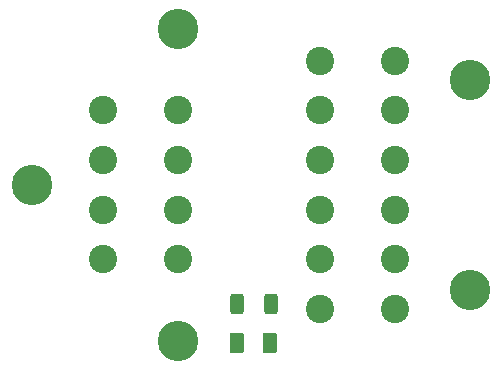
<source format=gts>
G04 #@! TF.GenerationSoftware,KiCad,Pcbnew,7.0.8*
G04 #@! TF.CreationDate,2023-12-02T16:30:47-07:00*
G04 #@! TF.ProjectId,cansplitter,63616e73-706c-4697-9474-65722e6b6963,rev?*
G04 #@! TF.SameCoordinates,Original*
G04 #@! TF.FileFunction,Soldermask,Top*
G04 #@! TF.FilePolarity,Negative*
%FSLAX46Y46*%
G04 Gerber Fmt 4.6, Leading zero omitted, Abs format (unit mm)*
G04 Created by KiCad (PCBNEW 7.0.8) date 2023-12-02 16:30:47*
%MOMM*%
%LPD*%
G01*
G04 APERTURE LIST*
G04 Aperture macros list*
%AMRoundRect*
0 Rectangle with rounded corners*
0 $1 Rounding radius*
0 $2 $3 $4 $5 $6 $7 $8 $9 X,Y pos of 4 corners*
0 Add a 4 corners polygon primitive as box body*
4,1,4,$2,$3,$4,$5,$6,$7,$8,$9,$2,$3,0*
0 Add four circle primitives for the rounded corners*
1,1,$1+$1,$2,$3*
1,1,$1+$1,$4,$5*
1,1,$1+$1,$6,$7*
1,1,$1+$1,$8,$9*
0 Add four rect primitives between the rounded corners*
20,1,$1+$1,$2,$3,$4,$5,0*
20,1,$1+$1,$4,$5,$6,$7,0*
20,1,$1+$1,$6,$7,$8,$9,0*
20,1,$1+$1,$8,$9,$2,$3,0*%
G04 Aperture macros list end*
%ADD10RoundRect,0.250000X0.375000X0.625000X-0.375000X0.625000X-0.375000X-0.625000X0.375000X-0.625000X0*%
%ADD11RoundRect,0.250000X0.312500X0.625000X-0.312500X0.625000X-0.312500X-0.625000X0.312500X-0.625000X0*%
%ADD12C,3.430000*%
%ADD13C,2.400000*%
G04 APERTURE END LIST*
D10*
X149800000Y-93400000D03*
X147000000Y-93400000D03*
D11*
X149902500Y-90060000D03*
X146977500Y-90060000D03*
D12*
X142000000Y-93210000D03*
X129650000Y-80000000D03*
X142000000Y-66790000D03*
D13*
X142000000Y-86300000D03*
X142000000Y-82100000D03*
X142000000Y-77900000D03*
X142000000Y-73700000D03*
X135650000Y-73700000D03*
X135650000Y-77900000D03*
X135650000Y-82100000D03*
X135650000Y-86300000D03*
D12*
X166700000Y-71110000D03*
X166700000Y-88890000D03*
D13*
X154000000Y-69500000D03*
X154000000Y-73700000D03*
X154000000Y-77900000D03*
X154000000Y-82100000D03*
X154000000Y-86300000D03*
X154000000Y-90500000D03*
X160350000Y-90500000D03*
X160350000Y-86300000D03*
X160350000Y-82100000D03*
X160350000Y-77900000D03*
X160350000Y-73700000D03*
X160350000Y-69500000D03*
M02*

</source>
